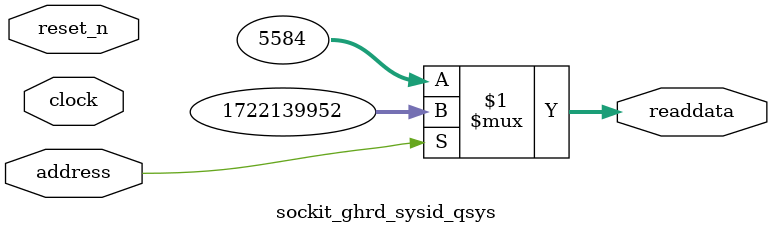
<source format=v>



// synthesis translate_off
`timescale 1ns / 1ps
// synthesis translate_on

// turn off superfluous verilog processor warnings 
// altera message_level Level1 
// altera message_off 10034 10035 10036 10037 10230 10240 10030 

module sockit_ghrd_sysid_qsys (
               // inputs:
                address,
                clock,
                reset_n,

               // outputs:
                readdata
             )
;

  output  [ 31: 0] readdata;
  input            address;
  input            clock;
  input            reset_n;

  wire    [ 31: 0] readdata;
  //control_slave, which is an e_avalon_slave
  assign readdata = address ? 1722139952 : 5584;

endmodule



</source>
